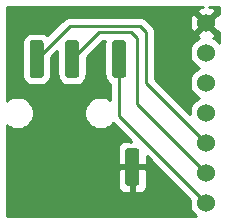
<source format=gbr>
G04 #@! TF.GenerationSoftware,KiCad,Pcbnew,(5.1.5)-3*
G04 #@! TF.CreationDate,2020-12-21T12:58:05+01:00*
G04 #@! TF.ProjectId,epimetheus_max30102,6570696d-6574-4686-9575-735f6d617833,rev?*
G04 #@! TF.SameCoordinates,Original*
G04 #@! TF.FileFunction,Copper,L1,Top*
G04 #@! TF.FilePolarity,Positive*
%FSLAX46Y46*%
G04 Gerber Fmt 4.6, Leading zero omitted, Abs format (unit mm)*
G04 Created by KiCad (PCBNEW (5.1.5)-3) date 2020-12-21 12:58:05*
%MOMM*%
%LPD*%
G04 APERTURE LIST*
%ADD10C,1.524000*%
%ADD11C,0.100000*%
%ADD12C,0.250000*%
%ADD13C,0.254000*%
G04 APERTURE END LIST*
D10*
X179324000Y-23368000D03*
X179324000Y-25908000D03*
X179324000Y-28448000D03*
X179324000Y-30988000D03*
X179324000Y-33528000D03*
X179324000Y-36068000D03*
X179324000Y-38608000D03*
G04 #@! TA.AperFunction,SMDPad,CuDef*
D11*
G36*
X165302405Y-24817445D02*
G01*
X165331527Y-24821764D01*
X165360085Y-24828918D01*
X165387805Y-24838836D01*
X165414419Y-24851424D01*
X165439671Y-24866559D01*
X165463318Y-24884097D01*
X165485132Y-24903868D01*
X165504903Y-24925682D01*
X165522441Y-24949329D01*
X165537576Y-24974581D01*
X165550164Y-25001195D01*
X165560082Y-25028915D01*
X165567236Y-25057473D01*
X165571555Y-25086595D01*
X165573000Y-25116000D01*
X165573000Y-27716000D01*
X165571555Y-27745405D01*
X165567236Y-27774527D01*
X165560082Y-27803085D01*
X165550164Y-27830805D01*
X165537576Y-27857419D01*
X165522441Y-27882671D01*
X165504903Y-27906318D01*
X165485132Y-27928132D01*
X165463318Y-27947903D01*
X165439671Y-27965441D01*
X165414419Y-27980576D01*
X165387805Y-27993164D01*
X165360085Y-28003082D01*
X165331527Y-28010236D01*
X165302405Y-28014555D01*
X165273000Y-28016000D01*
X164673000Y-28016000D01*
X164643595Y-28014555D01*
X164614473Y-28010236D01*
X164585915Y-28003082D01*
X164558195Y-27993164D01*
X164531581Y-27980576D01*
X164506329Y-27965441D01*
X164482682Y-27947903D01*
X164460868Y-27928132D01*
X164441097Y-27906318D01*
X164423559Y-27882671D01*
X164408424Y-27857419D01*
X164395836Y-27830805D01*
X164385918Y-27803085D01*
X164378764Y-27774527D01*
X164374445Y-27745405D01*
X164373000Y-27716000D01*
X164373000Y-25116000D01*
X164374445Y-25086595D01*
X164378764Y-25057473D01*
X164385918Y-25028915D01*
X164395836Y-25001195D01*
X164408424Y-24974581D01*
X164423559Y-24949329D01*
X164441097Y-24925682D01*
X164460868Y-24903868D01*
X164482682Y-24884097D01*
X164506329Y-24866559D01*
X164531581Y-24851424D01*
X164558195Y-24838836D01*
X164585915Y-24828918D01*
X164614473Y-24821764D01*
X164643595Y-24817445D01*
X164673000Y-24816000D01*
X165273000Y-24816000D01*
X165302405Y-24817445D01*
G37*
G04 #@! TD.AperFunction*
G04 #@! TA.AperFunction,SMDPad,CuDef*
G36*
X168302405Y-24817445D02*
G01*
X168331527Y-24821764D01*
X168360085Y-24828918D01*
X168387805Y-24838836D01*
X168414419Y-24851424D01*
X168439671Y-24866559D01*
X168463318Y-24884097D01*
X168485132Y-24903868D01*
X168504903Y-24925682D01*
X168522441Y-24949329D01*
X168537576Y-24974581D01*
X168550164Y-25001195D01*
X168560082Y-25028915D01*
X168567236Y-25057473D01*
X168571555Y-25086595D01*
X168573000Y-25116000D01*
X168573000Y-27716000D01*
X168571555Y-27745405D01*
X168567236Y-27774527D01*
X168560082Y-27803085D01*
X168550164Y-27830805D01*
X168537576Y-27857419D01*
X168522441Y-27882671D01*
X168504903Y-27906318D01*
X168485132Y-27928132D01*
X168463318Y-27947903D01*
X168439671Y-27965441D01*
X168414419Y-27980576D01*
X168387805Y-27993164D01*
X168360085Y-28003082D01*
X168331527Y-28010236D01*
X168302405Y-28014555D01*
X168273000Y-28016000D01*
X167673000Y-28016000D01*
X167643595Y-28014555D01*
X167614473Y-28010236D01*
X167585915Y-28003082D01*
X167558195Y-27993164D01*
X167531581Y-27980576D01*
X167506329Y-27965441D01*
X167482682Y-27947903D01*
X167460868Y-27928132D01*
X167441097Y-27906318D01*
X167423559Y-27882671D01*
X167408424Y-27857419D01*
X167395836Y-27830805D01*
X167385918Y-27803085D01*
X167378764Y-27774527D01*
X167374445Y-27745405D01*
X167373000Y-27716000D01*
X167373000Y-25116000D01*
X167374445Y-25086595D01*
X167378764Y-25057473D01*
X167385918Y-25028915D01*
X167395836Y-25001195D01*
X167408424Y-24974581D01*
X167423559Y-24949329D01*
X167441097Y-24925682D01*
X167460868Y-24903868D01*
X167482682Y-24884097D01*
X167506329Y-24866559D01*
X167531581Y-24851424D01*
X167558195Y-24838836D01*
X167585915Y-24828918D01*
X167614473Y-24821764D01*
X167643595Y-24817445D01*
X167673000Y-24816000D01*
X168273000Y-24816000D01*
X168302405Y-24817445D01*
G37*
G04 #@! TD.AperFunction*
G04 #@! TA.AperFunction,SMDPad,CuDef*
G36*
X172287405Y-24817445D02*
G01*
X172316527Y-24821764D01*
X172345085Y-24828918D01*
X172372805Y-24838836D01*
X172399419Y-24851424D01*
X172424671Y-24866559D01*
X172448318Y-24884097D01*
X172470132Y-24903868D01*
X172489903Y-24925682D01*
X172507441Y-24949329D01*
X172522576Y-24974581D01*
X172535164Y-25001195D01*
X172545082Y-25028915D01*
X172552236Y-25057473D01*
X172556555Y-25086595D01*
X172558000Y-25116000D01*
X172558000Y-27716000D01*
X172556555Y-27745405D01*
X172552236Y-27774527D01*
X172545082Y-27803085D01*
X172535164Y-27830805D01*
X172522576Y-27857419D01*
X172507441Y-27882671D01*
X172489903Y-27906318D01*
X172470132Y-27928132D01*
X172448318Y-27947903D01*
X172424671Y-27965441D01*
X172399419Y-27980576D01*
X172372805Y-27993164D01*
X172345085Y-28003082D01*
X172316527Y-28010236D01*
X172287405Y-28014555D01*
X172258000Y-28016000D01*
X171658000Y-28016000D01*
X171628595Y-28014555D01*
X171599473Y-28010236D01*
X171570915Y-28003082D01*
X171543195Y-27993164D01*
X171516581Y-27980576D01*
X171491329Y-27965441D01*
X171467682Y-27947903D01*
X171445868Y-27928132D01*
X171426097Y-27906318D01*
X171408559Y-27882671D01*
X171393424Y-27857419D01*
X171380836Y-27830805D01*
X171370918Y-27803085D01*
X171363764Y-27774527D01*
X171359445Y-27745405D01*
X171358000Y-27716000D01*
X171358000Y-25116000D01*
X171359445Y-25086595D01*
X171363764Y-25057473D01*
X171370918Y-25028915D01*
X171380836Y-25001195D01*
X171393424Y-24974581D01*
X171408559Y-24949329D01*
X171426097Y-24925682D01*
X171445868Y-24903868D01*
X171467682Y-24884097D01*
X171491329Y-24866559D01*
X171516581Y-24851424D01*
X171543195Y-24838836D01*
X171570915Y-24828918D01*
X171599473Y-24821764D01*
X171628595Y-24817445D01*
X171658000Y-24816000D01*
X172258000Y-24816000D01*
X172287405Y-24817445D01*
G37*
G04 #@! TD.AperFunction*
G04 #@! TA.AperFunction,SMDPad,CuDef*
G36*
X173402405Y-33961445D02*
G01*
X173431527Y-33965764D01*
X173460085Y-33972918D01*
X173487805Y-33982836D01*
X173514419Y-33995424D01*
X173539671Y-34010559D01*
X173563318Y-34028097D01*
X173585132Y-34047868D01*
X173604903Y-34069682D01*
X173622441Y-34093329D01*
X173637576Y-34118581D01*
X173650164Y-34145195D01*
X173660082Y-34172915D01*
X173667236Y-34201473D01*
X173671555Y-34230595D01*
X173673000Y-34260000D01*
X173673000Y-36860000D01*
X173671555Y-36889405D01*
X173667236Y-36918527D01*
X173660082Y-36947085D01*
X173650164Y-36974805D01*
X173637576Y-37001419D01*
X173622441Y-37026671D01*
X173604903Y-37050318D01*
X173585132Y-37072132D01*
X173563318Y-37091903D01*
X173539671Y-37109441D01*
X173514419Y-37124576D01*
X173487805Y-37137164D01*
X173460085Y-37147082D01*
X173431527Y-37154236D01*
X173402405Y-37158555D01*
X173373000Y-37160000D01*
X172773000Y-37160000D01*
X172743595Y-37158555D01*
X172714473Y-37154236D01*
X172685915Y-37147082D01*
X172658195Y-37137164D01*
X172631581Y-37124576D01*
X172606329Y-37109441D01*
X172582682Y-37091903D01*
X172560868Y-37072132D01*
X172541097Y-37050318D01*
X172523559Y-37026671D01*
X172508424Y-37001419D01*
X172495836Y-36974805D01*
X172485918Y-36947085D01*
X172478764Y-36918527D01*
X172474445Y-36889405D01*
X172473000Y-36860000D01*
X172473000Y-34260000D01*
X172474445Y-34230595D01*
X172478764Y-34201473D01*
X172485918Y-34172915D01*
X172495836Y-34145195D01*
X172508424Y-34118581D01*
X172523559Y-34093329D01*
X172541097Y-34069682D01*
X172560868Y-34047868D01*
X172582682Y-34028097D01*
X172606329Y-34010559D01*
X172631581Y-33995424D01*
X172658195Y-33982836D01*
X172685915Y-33972918D01*
X172714473Y-33965764D01*
X172743595Y-33961445D01*
X172773000Y-33960000D01*
X173373000Y-33960000D01*
X173402405Y-33961445D01*
G37*
G04 #@! TD.AperFunction*
D12*
X179324000Y-33528000D02*
X174244000Y-28448000D01*
X174244000Y-28448000D02*
X174244000Y-24130000D01*
X174244000Y-24130000D02*
X173736000Y-23622000D01*
X167767000Y-23622000D02*
X164973000Y-26416000D01*
X173736000Y-23622000D02*
X167767000Y-23622000D01*
X170259000Y-24130000D02*
X167973000Y-26416000D01*
X173482000Y-24638000D02*
X172974000Y-24130000D01*
X179324000Y-36068000D02*
X173482000Y-30226000D01*
X172974000Y-24130000D02*
X170259000Y-24130000D01*
X173482000Y-30226000D02*
X173482000Y-24638000D01*
X171958000Y-31242000D02*
X171958000Y-26416000D01*
X179324000Y-38608000D02*
X171958000Y-31242000D01*
D13*
G36*
X178979867Y-22007078D02*
G01*
X178720977Y-22100364D01*
X178605020Y-22162344D01*
X178538040Y-22402435D01*
X179324000Y-23188395D01*
X180109960Y-22402435D01*
X180042980Y-22162344D01*
X179793952Y-22045244D01*
X179595476Y-21996000D01*
X180442001Y-21996000D01*
X180442001Y-22624566D01*
X180289565Y-22582040D01*
X179503605Y-23368000D01*
X180289565Y-24153960D01*
X180442001Y-24111434D01*
X180442001Y-25066674D01*
X180409120Y-25017465D01*
X180214535Y-24822880D01*
X179985727Y-24669995D01*
X179914057Y-24640308D01*
X179927023Y-24635636D01*
X180042980Y-24573656D01*
X180109960Y-24333565D01*
X179324000Y-23547605D01*
X178538040Y-24333565D01*
X178605020Y-24573656D01*
X178740760Y-24637485D01*
X178662273Y-24669995D01*
X178433465Y-24822880D01*
X178238880Y-25017465D01*
X178085995Y-25246273D01*
X177980686Y-25500510D01*
X177927000Y-25770408D01*
X177927000Y-26045592D01*
X177980686Y-26315490D01*
X178085995Y-26569727D01*
X178238880Y-26798535D01*
X178433465Y-26993120D01*
X178662273Y-27146005D01*
X178739515Y-27178000D01*
X178662273Y-27209995D01*
X178433465Y-27362880D01*
X178238880Y-27557465D01*
X178085995Y-27786273D01*
X177980686Y-28040510D01*
X177927000Y-28310408D01*
X177927000Y-28585592D01*
X177980686Y-28855490D01*
X178085995Y-29109727D01*
X178238880Y-29338535D01*
X178433465Y-29533120D01*
X178662273Y-29686005D01*
X178739515Y-29718000D01*
X178662273Y-29749995D01*
X178433465Y-29902880D01*
X178238880Y-30097465D01*
X178085995Y-30326273D01*
X177980686Y-30580510D01*
X177927000Y-30850408D01*
X177927000Y-31056198D01*
X175004000Y-28133199D01*
X175004000Y-24167322D01*
X175007676Y-24129999D01*
X175004000Y-24092676D01*
X175004000Y-24092667D01*
X174993003Y-23981014D01*
X174949546Y-23837753D01*
X174878974Y-23705724D01*
X174784001Y-23589999D01*
X174755002Y-23566200D01*
X174628819Y-23440017D01*
X177922090Y-23440017D01*
X177963078Y-23712133D01*
X178056364Y-23971023D01*
X178118344Y-24086980D01*
X178358435Y-24153960D01*
X179144395Y-23368000D01*
X178358435Y-22582040D01*
X178118344Y-22649020D01*
X178001244Y-22898048D01*
X177934977Y-23165135D01*
X177922090Y-23440017D01*
X174628819Y-23440017D01*
X174299803Y-23111002D01*
X174276001Y-23081999D01*
X174160276Y-22987026D01*
X174028247Y-22916454D01*
X173884986Y-22872997D01*
X173773333Y-22862000D01*
X173773322Y-22862000D01*
X173736000Y-22858324D01*
X173698678Y-22862000D01*
X167804325Y-22862000D01*
X167767000Y-22858324D01*
X167729675Y-22862000D01*
X167729667Y-22862000D01*
X167618014Y-22872997D01*
X167474753Y-22916454D01*
X167342724Y-22987026D01*
X167226999Y-23081999D01*
X167203201Y-23110997D01*
X165895233Y-24418966D01*
X165794165Y-24336022D01*
X165631985Y-24249334D01*
X165456009Y-24195953D01*
X165273000Y-24177928D01*
X164673000Y-24177928D01*
X164489991Y-24195953D01*
X164314015Y-24249334D01*
X164151835Y-24336022D01*
X164009683Y-24452683D01*
X163893022Y-24594835D01*
X163806334Y-24757015D01*
X163752953Y-24932991D01*
X163734928Y-25116000D01*
X163734928Y-27716000D01*
X163752953Y-27899009D01*
X163806334Y-28074985D01*
X163893022Y-28237165D01*
X164009683Y-28379317D01*
X164151835Y-28495978D01*
X164314015Y-28582666D01*
X164489991Y-28636047D01*
X164673000Y-28654072D01*
X165273000Y-28654072D01*
X165456009Y-28636047D01*
X165631985Y-28582666D01*
X165794165Y-28495978D01*
X165936317Y-28379317D01*
X166052978Y-28237165D01*
X166139666Y-28074985D01*
X166193047Y-27899009D01*
X166211072Y-27716000D01*
X166211072Y-26252729D01*
X166734928Y-25728873D01*
X166734928Y-27716000D01*
X166752953Y-27899009D01*
X166806334Y-28074985D01*
X166893022Y-28237165D01*
X167009683Y-28379317D01*
X167151835Y-28495978D01*
X167314015Y-28582666D01*
X167489991Y-28636047D01*
X167673000Y-28654072D01*
X168273000Y-28654072D01*
X168456009Y-28636047D01*
X168631985Y-28582666D01*
X168794165Y-28495978D01*
X168936317Y-28379317D01*
X169052978Y-28237165D01*
X169139666Y-28074985D01*
X169193047Y-27899009D01*
X169211072Y-27716000D01*
X169211072Y-26252729D01*
X170573802Y-24890000D01*
X170750994Y-24890000D01*
X170737953Y-24932991D01*
X170719928Y-25116000D01*
X170719928Y-27716000D01*
X170737953Y-27899009D01*
X170791334Y-28074985D01*
X170878022Y-28237165D01*
X170994683Y-28379317D01*
X171136835Y-28495978D01*
X171198001Y-28528672D01*
X171198000Y-29873523D01*
X171029043Y-29760629D01*
X170776989Y-29656225D01*
X170509411Y-29603000D01*
X170236589Y-29603000D01*
X169969011Y-29656225D01*
X169716957Y-29760629D01*
X169490114Y-29912201D01*
X169297201Y-30105114D01*
X169145629Y-30331957D01*
X169041225Y-30584011D01*
X168988000Y-30851589D01*
X168988000Y-31124411D01*
X169041225Y-31391989D01*
X169145629Y-31644043D01*
X169297201Y-31870886D01*
X169490114Y-32063799D01*
X169716957Y-32215371D01*
X169969011Y-32319775D01*
X170236589Y-32373000D01*
X170509411Y-32373000D01*
X170776989Y-32319775D01*
X171029043Y-32215371D01*
X171255886Y-32063799D01*
X171448799Y-31870886D01*
X171474148Y-31832949D01*
X172966199Y-33325000D01*
X172945998Y-33325000D01*
X172945998Y-33483748D01*
X172787250Y-33325000D01*
X172473000Y-33321928D01*
X172348518Y-33334188D01*
X172228820Y-33370498D01*
X172118506Y-33429463D01*
X172021815Y-33508815D01*
X171942463Y-33605506D01*
X171883498Y-33715820D01*
X171847188Y-33835518D01*
X171834928Y-33960000D01*
X171838000Y-35274250D01*
X171996750Y-35433000D01*
X172946000Y-35433000D01*
X172946000Y-35413000D01*
X173200000Y-35413000D01*
X173200000Y-35433000D01*
X174149250Y-35433000D01*
X174308000Y-35274250D01*
X174309417Y-34668218D01*
X177957628Y-38316430D01*
X177927000Y-38470408D01*
X177927000Y-38745592D01*
X177980686Y-39015490D01*
X178085995Y-39269727D01*
X178238880Y-39498535D01*
X178433465Y-39693120D01*
X178482673Y-39726000D01*
X162458000Y-39726000D01*
X162458000Y-37160000D01*
X171834928Y-37160000D01*
X171847188Y-37284482D01*
X171883498Y-37404180D01*
X171942463Y-37514494D01*
X172021815Y-37611185D01*
X172118506Y-37690537D01*
X172228820Y-37749502D01*
X172348518Y-37785812D01*
X172473000Y-37798072D01*
X172787250Y-37795000D01*
X172946000Y-37636250D01*
X172946000Y-35687000D01*
X173200000Y-35687000D01*
X173200000Y-37636250D01*
X173358750Y-37795000D01*
X173673000Y-37798072D01*
X173797482Y-37785812D01*
X173917180Y-37749502D01*
X174027494Y-37690537D01*
X174124185Y-37611185D01*
X174203537Y-37514494D01*
X174262502Y-37404180D01*
X174298812Y-37284482D01*
X174311072Y-37160000D01*
X174308000Y-35845750D01*
X174149250Y-35687000D01*
X173200000Y-35687000D01*
X172946000Y-35687000D01*
X171996750Y-35687000D01*
X171838000Y-35845750D01*
X171834928Y-37160000D01*
X162458000Y-37160000D01*
X162458000Y-32031685D01*
X162490114Y-32063799D01*
X162716957Y-32215371D01*
X162969011Y-32319775D01*
X163236589Y-32373000D01*
X163509411Y-32373000D01*
X163776989Y-32319775D01*
X164029043Y-32215371D01*
X164255886Y-32063799D01*
X164448799Y-31870886D01*
X164600371Y-31644043D01*
X164704775Y-31391989D01*
X164758000Y-31124411D01*
X164758000Y-30851589D01*
X164704775Y-30584011D01*
X164600371Y-30331957D01*
X164448799Y-30105114D01*
X164255886Y-29912201D01*
X164029043Y-29760629D01*
X163776989Y-29656225D01*
X163509411Y-29603000D01*
X163236589Y-29603000D01*
X162969011Y-29656225D01*
X162716957Y-29760629D01*
X162490114Y-29912201D01*
X162458000Y-29944315D01*
X162458000Y-21996000D01*
X179053413Y-21996000D01*
X178979867Y-22007078D01*
G37*
X178979867Y-22007078D02*
X178720977Y-22100364D01*
X178605020Y-22162344D01*
X178538040Y-22402435D01*
X179324000Y-23188395D01*
X180109960Y-22402435D01*
X180042980Y-22162344D01*
X179793952Y-22045244D01*
X179595476Y-21996000D01*
X180442001Y-21996000D01*
X180442001Y-22624566D01*
X180289565Y-22582040D01*
X179503605Y-23368000D01*
X180289565Y-24153960D01*
X180442001Y-24111434D01*
X180442001Y-25066674D01*
X180409120Y-25017465D01*
X180214535Y-24822880D01*
X179985727Y-24669995D01*
X179914057Y-24640308D01*
X179927023Y-24635636D01*
X180042980Y-24573656D01*
X180109960Y-24333565D01*
X179324000Y-23547605D01*
X178538040Y-24333565D01*
X178605020Y-24573656D01*
X178740760Y-24637485D01*
X178662273Y-24669995D01*
X178433465Y-24822880D01*
X178238880Y-25017465D01*
X178085995Y-25246273D01*
X177980686Y-25500510D01*
X177927000Y-25770408D01*
X177927000Y-26045592D01*
X177980686Y-26315490D01*
X178085995Y-26569727D01*
X178238880Y-26798535D01*
X178433465Y-26993120D01*
X178662273Y-27146005D01*
X178739515Y-27178000D01*
X178662273Y-27209995D01*
X178433465Y-27362880D01*
X178238880Y-27557465D01*
X178085995Y-27786273D01*
X177980686Y-28040510D01*
X177927000Y-28310408D01*
X177927000Y-28585592D01*
X177980686Y-28855490D01*
X178085995Y-29109727D01*
X178238880Y-29338535D01*
X178433465Y-29533120D01*
X178662273Y-29686005D01*
X178739515Y-29718000D01*
X178662273Y-29749995D01*
X178433465Y-29902880D01*
X178238880Y-30097465D01*
X178085995Y-30326273D01*
X177980686Y-30580510D01*
X177927000Y-30850408D01*
X177927000Y-31056198D01*
X175004000Y-28133199D01*
X175004000Y-24167322D01*
X175007676Y-24129999D01*
X175004000Y-24092676D01*
X175004000Y-24092667D01*
X174993003Y-23981014D01*
X174949546Y-23837753D01*
X174878974Y-23705724D01*
X174784001Y-23589999D01*
X174755002Y-23566200D01*
X174628819Y-23440017D01*
X177922090Y-23440017D01*
X177963078Y-23712133D01*
X178056364Y-23971023D01*
X178118344Y-24086980D01*
X178358435Y-24153960D01*
X179144395Y-23368000D01*
X178358435Y-22582040D01*
X178118344Y-22649020D01*
X178001244Y-22898048D01*
X177934977Y-23165135D01*
X177922090Y-23440017D01*
X174628819Y-23440017D01*
X174299803Y-23111002D01*
X174276001Y-23081999D01*
X174160276Y-22987026D01*
X174028247Y-22916454D01*
X173884986Y-22872997D01*
X173773333Y-22862000D01*
X173773322Y-22862000D01*
X173736000Y-22858324D01*
X173698678Y-22862000D01*
X167804325Y-22862000D01*
X167767000Y-22858324D01*
X167729675Y-22862000D01*
X167729667Y-22862000D01*
X167618014Y-22872997D01*
X167474753Y-22916454D01*
X167342724Y-22987026D01*
X167226999Y-23081999D01*
X167203201Y-23110997D01*
X165895233Y-24418966D01*
X165794165Y-24336022D01*
X165631985Y-24249334D01*
X165456009Y-24195953D01*
X165273000Y-24177928D01*
X164673000Y-24177928D01*
X164489991Y-24195953D01*
X164314015Y-24249334D01*
X164151835Y-24336022D01*
X164009683Y-24452683D01*
X163893022Y-24594835D01*
X163806334Y-24757015D01*
X163752953Y-24932991D01*
X163734928Y-25116000D01*
X163734928Y-27716000D01*
X163752953Y-27899009D01*
X163806334Y-28074985D01*
X163893022Y-28237165D01*
X164009683Y-28379317D01*
X164151835Y-28495978D01*
X164314015Y-28582666D01*
X164489991Y-28636047D01*
X164673000Y-28654072D01*
X165273000Y-28654072D01*
X165456009Y-28636047D01*
X165631985Y-28582666D01*
X165794165Y-28495978D01*
X165936317Y-28379317D01*
X166052978Y-28237165D01*
X166139666Y-28074985D01*
X166193047Y-27899009D01*
X166211072Y-27716000D01*
X166211072Y-26252729D01*
X166734928Y-25728873D01*
X166734928Y-27716000D01*
X166752953Y-27899009D01*
X166806334Y-28074985D01*
X166893022Y-28237165D01*
X167009683Y-28379317D01*
X167151835Y-28495978D01*
X167314015Y-28582666D01*
X167489991Y-28636047D01*
X167673000Y-28654072D01*
X168273000Y-28654072D01*
X168456009Y-28636047D01*
X168631985Y-28582666D01*
X168794165Y-28495978D01*
X168936317Y-28379317D01*
X169052978Y-28237165D01*
X169139666Y-28074985D01*
X169193047Y-27899009D01*
X169211072Y-27716000D01*
X169211072Y-26252729D01*
X170573802Y-24890000D01*
X170750994Y-24890000D01*
X170737953Y-24932991D01*
X170719928Y-25116000D01*
X170719928Y-27716000D01*
X170737953Y-27899009D01*
X170791334Y-28074985D01*
X170878022Y-28237165D01*
X170994683Y-28379317D01*
X171136835Y-28495978D01*
X171198001Y-28528672D01*
X171198000Y-29873523D01*
X171029043Y-29760629D01*
X170776989Y-29656225D01*
X170509411Y-29603000D01*
X170236589Y-29603000D01*
X169969011Y-29656225D01*
X169716957Y-29760629D01*
X169490114Y-29912201D01*
X169297201Y-30105114D01*
X169145629Y-30331957D01*
X169041225Y-30584011D01*
X168988000Y-30851589D01*
X168988000Y-31124411D01*
X169041225Y-31391989D01*
X169145629Y-31644043D01*
X169297201Y-31870886D01*
X169490114Y-32063799D01*
X169716957Y-32215371D01*
X169969011Y-32319775D01*
X170236589Y-32373000D01*
X170509411Y-32373000D01*
X170776989Y-32319775D01*
X171029043Y-32215371D01*
X171255886Y-32063799D01*
X171448799Y-31870886D01*
X171474148Y-31832949D01*
X172966199Y-33325000D01*
X172945998Y-33325000D01*
X172945998Y-33483748D01*
X172787250Y-33325000D01*
X172473000Y-33321928D01*
X172348518Y-33334188D01*
X172228820Y-33370498D01*
X172118506Y-33429463D01*
X172021815Y-33508815D01*
X171942463Y-33605506D01*
X171883498Y-33715820D01*
X171847188Y-33835518D01*
X171834928Y-33960000D01*
X171838000Y-35274250D01*
X171996750Y-35433000D01*
X172946000Y-35433000D01*
X172946000Y-35413000D01*
X173200000Y-35413000D01*
X173200000Y-35433000D01*
X174149250Y-35433000D01*
X174308000Y-35274250D01*
X174309417Y-34668218D01*
X177957628Y-38316430D01*
X177927000Y-38470408D01*
X177927000Y-38745592D01*
X177980686Y-39015490D01*
X178085995Y-39269727D01*
X178238880Y-39498535D01*
X178433465Y-39693120D01*
X178482673Y-39726000D01*
X162458000Y-39726000D01*
X162458000Y-37160000D01*
X171834928Y-37160000D01*
X171847188Y-37284482D01*
X171883498Y-37404180D01*
X171942463Y-37514494D01*
X172021815Y-37611185D01*
X172118506Y-37690537D01*
X172228820Y-37749502D01*
X172348518Y-37785812D01*
X172473000Y-37798072D01*
X172787250Y-37795000D01*
X172946000Y-37636250D01*
X172946000Y-35687000D01*
X173200000Y-35687000D01*
X173200000Y-37636250D01*
X173358750Y-37795000D01*
X173673000Y-37798072D01*
X173797482Y-37785812D01*
X173917180Y-37749502D01*
X174027494Y-37690537D01*
X174124185Y-37611185D01*
X174203537Y-37514494D01*
X174262502Y-37404180D01*
X174298812Y-37284482D01*
X174311072Y-37160000D01*
X174308000Y-35845750D01*
X174149250Y-35687000D01*
X173200000Y-35687000D01*
X172946000Y-35687000D01*
X171996750Y-35687000D01*
X171838000Y-35845750D01*
X171834928Y-37160000D01*
X162458000Y-37160000D01*
X162458000Y-32031685D01*
X162490114Y-32063799D01*
X162716957Y-32215371D01*
X162969011Y-32319775D01*
X163236589Y-32373000D01*
X163509411Y-32373000D01*
X163776989Y-32319775D01*
X164029043Y-32215371D01*
X164255886Y-32063799D01*
X164448799Y-31870886D01*
X164600371Y-31644043D01*
X164704775Y-31391989D01*
X164758000Y-31124411D01*
X164758000Y-30851589D01*
X164704775Y-30584011D01*
X164600371Y-30331957D01*
X164448799Y-30105114D01*
X164255886Y-29912201D01*
X164029043Y-29760629D01*
X163776989Y-29656225D01*
X163509411Y-29603000D01*
X163236589Y-29603000D01*
X162969011Y-29656225D01*
X162716957Y-29760629D01*
X162490114Y-29912201D01*
X162458000Y-29944315D01*
X162458000Y-21996000D01*
X179053413Y-21996000D01*
X178979867Y-22007078D01*
M02*

</source>
